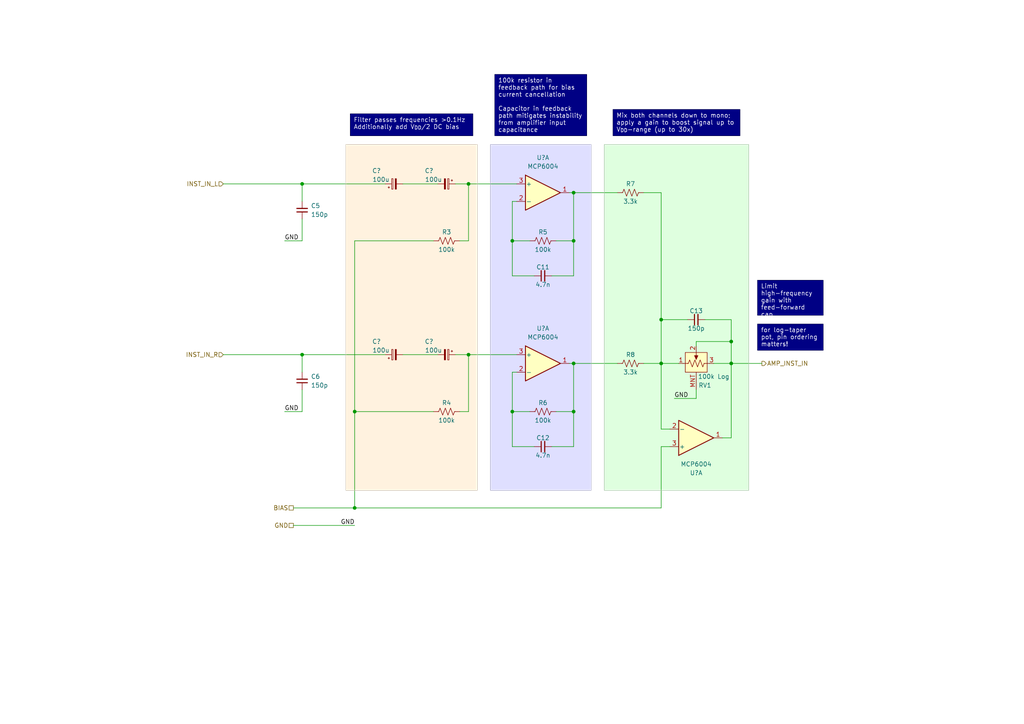
<source format=kicad_sch>
(kicad_sch (version 20230121) (generator eeschema)
  (paper "A4")
  (title_block (title "Digital Audio Effects Processor") (date "2023-11-26") (rev "A") (company "Ishaan Govindarajan"))
  (lib_symbols
    (symbol "Custom-AnalogIC:MCP6004" (pin_names (offset 0.127))
      (property "Reference" "U" (at 0 5.08 0))
      (property "Value" "MCP6004" (at 0 -5.08 0))
      (symbol "MCP6004_1_1"
        (polyline (pts (xy -5.08 5.08) (xy 5.08 0) (xy -5.08 -5.08) (xy -5.08 5.08)) (stroke (width 0.254)) (fill (type background)))
        (pin output line (at 7.62 0 180) (length 2.54) (name "~") (number "1"))
        (pin input line (at -7.62 -2.54 0) (length 2.54) (name "-") (number "2"))
        (pin input line (at -7.62 2.54 0) (length 2.54) (name "+") (number "3"))
      )
      (symbol "MCP6004_2_1"
        (polyline (pts (xy -5.08 5.08) (xy 5.08 0) (xy -5.08 -5.08) (xy -5.08 5.08)) (stroke (width 0.254)) (fill (type background)))
        (pin input line (at -7.62 2.54 0) (length 2.54) (name "+") (number "5"))
        (pin input line (at -7.62 -2.54 0) (length 2.54) (name "-") (number "6"))
        (pin output line (at 7.62 0 180) (length 2.54) (name "~") (number "7"))
      )
      (symbol "MCP6004_3_1"
        (polyline (pts (xy -5.08 5.08) (xy 5.08 0) (xy -5.08 -5.08) (xy -5.08 5.08)) (stroke (width 0.254)) (fill (type background)))
        (pin input line (at -7.62 2.54 0) (length 2.54) (name "+") (number "10"))
        (pin output line (at 7.62 0 180) (length 2.54) (name "~") (number "8"))
        (pin input line (at -7.62 -2.54 0) (length 2.54) (name "-") (number "9"))
      )
      (symbol "MCP6004_4_1"
        (polyline (pts (xy -5.08 5.08) (xy 5.08 0) (xy -5.08 -5.08) (xy -5.08 5.08)) (stroke (width 0.254)) (fill (type background)))
        (pin input line (at -7.62 2.54 0) (length 2.54) (name "+") (number "12"))
        (pin input line (at -7.62 -2.54 0) (length 2.54) (name "-") (number "13"))
        (pin output line (at 7.62 0 180) (length 2.54) (name "~") (number "14"))
      )
      (symbol "MCP6004_5_1"
        (pin power_in line (at -2.54 -7.62 90) (length 3.81) (name "V-") (number "11"))
        (pin power_in line (at -2.54 7.62 270) (length 3.81) (name "V+") (number "4"))
      )
    )
    (symbol "Custom-CapacitorTHT:860020473008" (pin_numbers hide) (pin_names (offset 0.254) hide)
      (property "Reference" "C?" (at 0.254 1.778 0))
      (property "Value" "100u" (at 0.254 -2.032 0))
      (symbol "860020473008_0_1"
        (rectangle (start -1.524 -0.3048) (end 1.524 -0.6858) (fill (type outline)))
        (rectangle (start -1.524 0.6858) (end 1.524 0.3048))
        (polyline (pts (xy -1.27 1.524) (xy -0.762 1.524)))
        (polyline (pts (xy -1.016 1.27) (xy -1.016 1.778)))
      )
      (symbol "860020473008_1_1"
        (pin passive line (at 0 2.54 270) (length 1.8542) (name "~") (number "1"))
        (pin passive line (at 0 -2.54 90) (length 1.8542) (name "~") (number "2"))
      )
    )
    (symbol "Custom-CapacitorTHT:FG28C0G1H151JNT06" (pin_numbers hide) (pin_names (offset 0.254) hide)
      (property "Reference" "C" (at 0.254 1.778 0))
      (property "Value" "150p" (at 0.254 -2.032 0))
      (symbol "FG28C0G1H151JNT06_0_1"
        (polyline (pts (xy -1.524 -0.508) (xy 1.524 -0.508)) (stroke (width 0.3302)))
        (polyline (pts (xy -1.524 0.508) (xy 1.524 0.508)) (stroke (width 0.3048)))
      )
      (symbol "FG28C0G1H151JNT06_1_1"
        (pin passive line (at 0 2.54 270) (length 2.032) (name "~") (number "1"))
        (pin passive line (at 0 -2.54 90) (length 2.032) (name "~") (number "2"))
      )
    )
    (symbol "Custom-CapacitorTHT:FG28C0G2A472JRT06" (pin_numbers hide) (pin_names (offset 0.254) hide)
      (property "Reference" "C" (at 0.254 1.778 0))
      (property "Value" "4.7n" (at 0.254 -2.032 0))
      (symbol "FG28C0G2A472JRT06_0_1"
        (polyline (pts (xy -1.524 -0.508) (xy 1.524 -0.508)) (stroke (width 0.3302)))
        (polyline (pts (xy -1.524 0.508) (xy 1.524 0.508)) (stroke (width 0.3048)))
      )
      (symbol "FG28C0G2A472JRT06_1_1"
        (pin passive line (at 0 2.54 270) (length 2.032) (name "~") (number "1"))
        (pin passive line (at 0 -2.54 90) (length 2.032) (name "~") (number "2"))
      )
    )
    (symbol "Custom-Electromechanical:PTV09A" (pin_names (offset 1.016) hide)
      (property "Reference" "RV" (at 5.08 -2.54 0))
      (property "Value" "100k Log" (at 8.89 3.81 0))
      (symbol "PTV09A_0_1"
        (polyline (pts (xy 0 -2.286) (xy 0 -2.54)))
        (polyline (pts (xy 0 2.54) (xy 0 2.286)))
        (polyline (pts (xy 2.54 0) (xy 1.524 0)))
        (polyline (pts (xy 2.54 0) (xy 3.81 0)))
        (polyline (pts (xy 1.143 0) (xy 2.286 0.508) (xy 2.286 -0.508) (xy 1.143 0)) (fill (type outline)))
        (polyline (pts (xy 0 -0.762) (xy 1.016 -1.143) (xy 0 -1.524) (xy -1.016 -1.905) (xy 0 -2.286)))
        (polyline (pts (xy 0 0.762) (xy 1.016 0.381) (xy 0 0) (xy -1.016 -0.381) (xy 0 -0.762)))
        (polyline (pts (xy 0 2.286) (xy 1.016 1.905) (xy 0 1.524) (xy -1.016 1.143) (xy 0 0.762)))
      )
      (symbol "PTV09A_1_1"
        (rectangle (start -2.54 3.175) (end 3.175 -3.175) (fill (type background)))
        (polyline (pts (xy 0 -2.54) (xy 0 -3.81)))
        (polyline (pts (xy 0 3.81) (xy 0 2.54)))
        (pin passive line (at 0 5.08 270) (length 1.27) (name "1") (number "1"))
        (pin passive line (at 5.08 0 180) (length 1.27) (name "2") (number "2"))
        (pin passive line (at 0 -5.08 90) (length 1.27) (name "3") (number "3"))
        (pin passive line (at -7.62 0 0) (length 5.08) (name "MNT") (number "MNT"))
      )
    )
    (symbol "Custom-ResistorTHT:MFR-25FRF52-100K" (pin_numbers hide) (pin_names (offset 0))
      (property "Reference" "R" (at 2.54 0 90))
      (property "Value" "100k" (at -2.54 0 90))
      (symbol "MFR-25FRF52-100K_0_1"
        (polyline (pts (xy 0 -2.286) (xy 0 -2.54)))
        (polyline (pts (xy 0 2.286) (xy 0 2.54)))
        (polyline (pts (xy 0 -0.762) (xy 1.016 -1.143) (xy 0 -1.524) (xy -1.016 -1.905) (xy 0 -2.286)))
        (polyline (pts (xy 0 0.762) (xy 1.016 0.381) (xy 0 0) (xy -1.016 -0.381) (xy 0 -0.762)))
        (polyline (pts (xy 0 2.286) (xy 1.016 1.905) (xy 0 1.524) (xy -1.016 1.143) (xy 0 0.762)))
      )
      (symbol "MFR-25FRF52-100K_1_1"
        (pin passive line (at 0 3.81 270) (length 1.27) (name "~") (number "1"))
        (pin passive line (at 0 -3.81 90) (length 1.27) (name "~") (number "2"))
      )
    )
    (symbol "Custom-ResistorTHT:MFR-25FRF52-3K3" (pin_numbers hide) (pin_names (offset 0))
      (property "Reference" "R" (at 2.54 0 90))
      (property "Value" "3.3k" (at -2.54 0 90))
      (symbol "MFR-25FRF52-3K3_0_1"
        (polyline (pts (xy 0 -2.286) (xy 0 -2.54)))
        (polyline (pts (xy 0 2.286) (xy 0 2.54)))
        (polyline (pts (xy 0 -0.762) (xy 1.016 -1.143) (xy 0 -1.524) (xy -1.016 -1.905) (xy 0 -2.286)))
        (polyline (pts (xy 0 0.762) (xy 1.016 0.381) (xy 0 0) (xy -1.016 -0.381) (xy 0 -0.762)))
        (polyline (pts (xy 0 2.286) (xy 1.016 1.905) (xy 0 1.524) (xy -1.016 1.143) (xy 0 0.762)))
      )
      (symbol "MFR-25FRF52-3K3_1_1"
        (pin passive line (at 0 3.81 270) (length 1.27) (name "~") (number "1"))
        (pin passive line (at 0 -3.81 90) (length 1.27) (name "~") (number "2"))
      )
    )
  )
  (junction (at 87.63 102.87))
  (junction (at 148.59 69.85))
  (junction (at 166.37 55.88))
  (junction (at 166.37 69.85))
  (junction (at 191.77 92.71))
  (junction (at 135.89 102.87))
  (junction (at 212.09 99.06))
  (junction (at 102.87 119.38))
  (junction (at 166.37 119.38))
  (junction (at 148.59 119.38))
  (junction (at 135.89 53.34))
  (junction (at 212.09 105.41))
  (junction (at 166.37 105.41))
  (junction (at 191.77 105.41))
  (junction (at 87.63 53.34))
  (junction (at 102.87 147.32))
  (wire (pts (xy 161.29 69.85) (xy 166.37 69.85)))
  (wire (pts (xy 212.09 127) (xy 209.55 127)))
  (wire (pts (xy 102.87 147.32) (xy 191.77 147.32)))
  (wire (pts (xy 166.37 105.41) (xy 166.37 119.38)))
  (wire (pts (xy 135.89 53.34) (xy 149.86 53.34)))
  (wire (pts (xy 132.08 102.87) (xy 135.89 102.87)))
  (wire (pts (xy 148.59 129.54) (xy 154.94 129.54)))
  (wire (pts (xy 87.63 102.87) (xy 87.63 107.95)))
  (wire (pts (xy 191.77 105.41) (xy 191.77 124.46)))
  (wire (pts (xy 160.02 80.01) (xy 166.37 80.01)))
  (wire (pts (xy 166.37 105.41) (xy 179.07 105.41)))
  (wire (pts (xy 195.58 115.57) (xy 201.93 115.57)))
  (wire (pts (xy 191.77 129.54) (xy 194.31 129.54)))
  (wire (pts (xy 207.01 105.41) (xy 212.09 105.41)))
  (wire (pts (xy 102.87 119.38) (xy 125.73 119.38)))
  (wire (pts (xy 102.87 119.38) (xy 102.87 147.32)))
  (wire (pts (xy 191.77 92.71) (xy 199.39 92.71)))
  (wire (pts (xy 87.63 102.87) (xy 111.76 102.87)))
  (wire (pts (xy 212.09 92.71) (xy 212.09 99.06)))
  (wire (pts (xy 133.35 119.38) (xy 135.89 119.38)))
  (wire (pts (xy 125.73 69.85) (xy 102.87 69.85)))
  (wire (pts (xy 133.35 69.85) (xy 135.89 69.85)))
  (wire (pts (xy 201.93 99.06) (xy 212.09 99.06)))
  (wire (pts (xy 85.09 147.32) (xy 102.87 147.32)))
  (wire (pts (xy 166.37 55.88) (xy 179.07 55.88)))
  (wire (pts (xy 64.77 102.87) (xy 87.63 102.87)))
  (wire (pts (xy 161.29 119.38) (xy 166.37 119.38)))
  (wire (pts (xy 160.02 129.54) (xy 166.37 129.54)))
  (wire (pts (xy 87.63 53.34) (xy 111.76 53.34)))
  (wire (pts (xy 148.59 58.42) (xy 149.86 58.42)))
  (wire (pts (xy 186.69 55.88) (xy 191.77 55.88)))
  (wire (pts (xy 166.37 69.85) (xy 166.37 80.01)))
  (wire (pts (xy 132.08 53.34) (xy 135.89 53.34)))
  (wire (pts (xy 116.84 102.87) (xy 127 102.87)))
  (wire (pts (xy 204.47 92.71) (xy 212.09 92.71)))
  (wire (pts (xy 85.09 152.4) (xy 102.87 152.4)))
  (wire (pts (xy 148.59 69.85) (xy 153.67 69.85)))
  (wire (pts (xy 135.89 119.38) (xy 135.89 102.87)))
  (wire (pts (xy 201.93 100.33) (xy 201.93 99.06)))
  (wire (pts (xy 212.09 99.06) (xy 212.09 105.41)))
  (wire (pts (xy 166.37 119.38) (xy 166.37 129.54)))
  (wire (pts (xy 135.89 69.85) (xy 135.89 53.34)))
  (wire (pts (xy 165.1 55.88) (xy 166.37 55.88)))
  (wire (pts (xy 64.77 53.34) (xy 87.63 53.34)))
  (wire (pts (xy 148.59 58.42) (xy 148.59 69.85)))
  (wire (pts (xy 191.77 147.32) (xy 191.77 129.54)))
  (wire (pts (xy 87.63 63.5) (xy 87.63 69.85)))
  (wire (pts (xy 148.59 119.38) (xy 148.59 129.54)))
  (wire (pts (xy 82.55 119.38) (xy 87.63 119.38)))
  (wire (pts (xy 148.59 69.85) (xy 148.59 80.01)))
  (wire (pts (xy 191.77 55.88) (xy 191.77 92.71)))
  (wire (pts (xy 148.59 107.95) (xy 149.86 107.95)))
  (wire (pts (xy 87.63 53.34) (xy 87.63 58.42)))
  (wire (pts (xy 102.87 69.85) (xy 102.87 119.38)))
  (wire (pts (xy 212.09 105.41) (xy 220.98 105.41)))
  (wire (pts (xy 212.09 105.41) (xy 212.09 127)))
  (wire (pts (xy 82.55 69.85) (xy 87.63 69.85)))
  (wire (pts (xy 116.84 53.34) (xy 127 53.34)))
  (wire (pts (xy 191.77 124.46) (xy 194.31 124.46)))
  (wire (pts (xy 191.77 92.71) (xy 191.77 105.41)))
  (wire (pts (xy 165.1 105.41) (xy 166.37 105.41)))
  (wire (pts (xy 87.63 113.03) (xy 87.63 119.38)))
  (wire (pts (xy 191.77 105.41) (xy 196.85 105.41)))
  (wire (pts (xy 201.93 115.57) (xy 201.93 113.03)))
  (wire (pts (xy 186.69 105.41) (xy 191.77 105.41)))
  (wire (pts (xy 148.59 119.38) (xy 153.67 119.38)))
  (wire (pts (xy 135.89 102.87) (xy 149.86 102.87)))
  (wire (pts (xy 148.59 107.95) (xy 148.59 119.38)))
  (wire (pts (xy 166.37 55.88) (xy 166.37 69.85)))
  (wire (pts (xy 148.59 80.01) (xy 154.94 80.01)))
  (rectangle (start 175.26 41.91) (end 217.17 142.24) (stroke (width 0) (color 175 200 175 1)) (fill (type color) (color 223 255 223 1)))
  (rectangle (start 100.33 41.91) (end 138.43 142.24) (stroke (width 0) (color 200 190 175 1)) (fill (type color) (color 255 242 223 1)))
  (rectangle (start 142.24 41.91) (end 171.45 142.24) (stroke (width 0) (color 175 175 200 1)) (fill (type color) (color 223 223 255 1)))
  (text_box "Mix both channels down to mono; apply a gain to boost signal up to V_{DD}-range (up to 30x)" (at 177.8 31.75 0) (size 36.83 7.62) (stroke (width 0) (color 0 0 72 1)) (fill (type color) (color 0 0 132 1)) (effects (font (size 1.27 1.27)) (justify left top)))
  (text_box "100k resistor in feedback path for bias current cancellation\n\nCapacitor in feedback path mitigates instability from amplifier input capacitance" (at 143.51 21.59 0) (size 26.67 17.78) (stroke (width 0) (color 0 0 72 1)) (fill (type color) (color 0 0 132 1)) (effects (font (size 1.27 1.27)) (justify left top)))
  (text_box "for log-taper pot, pin ordering matters!" (at 219.71 93.98 0) (size 19.05 7.62) (stroke (width 0) (color 0 0 72 1)) (fill (type color) (color 0 0 132 1)) (effects (font (size 1.27 1.27)) (justify left top)))
  (text_box "Limit high-frequency gain with feed-forward cap" (at 219.71 81.28 0) (size 19.05 10.16) (stroke (width 0) (color 0 0 72 1)) (fill (type color) (color 0 0 132 1)) (effects (font (size 1.27 1.27)) (justify left top)))
  (text_box "Filter passes frequencies >0.1Hz\nAdditionally add V_{DD}/2 DC bias" (at 101.6 33.02 0) (size 35.56 6.35) (stroke (width 0) (color 0 0 72 1)) (fill (type color) (color 0 0 132 1)) (effects (font (size 1.27 1.27)) (justify left top)))
  (label "GND" (at 82.55 119.38 0))
  (label "GND" (at 82.55 69.85 0))
  (label "GND" (at 195.58 115.57 0))
  (label "GND" (at 102.87 152.4 180))
  (hierarchical_label "GND" (shape passive) (at 85.09 152.4 180))
  (hierarchical_label "AMP_INST_IN" (shape output) (at 220.98 105.41 0))
  (hierarchical_label "INST_IN_R" (shape input) (at 64.77 102.87 180))
  (hierarchical_label "INST_IN_L" (shape input) (at 64.77 53.34 180))
  (hierarchical_label "BIAS" (shape passive) (at 85.09 147.32 180))
  (symbol (lib_id "Custom-ResistorTHT:MFR-25FRF52-3K3") (at 182.88 105.41 90) (unit 1)
    (property "Reference" "R8" (at 182.88 102.87 90))
    (property "Value" "3.3k" (at 182.88 107.95 90))
    (property "Footprint" "Resistor_THT:R_Axial_DIN0207_L6.3mm_D2.5mm_P10.16mm_Horizontal" (effects hide))
    (property "Datasheet" "https://www.yageo.com/upload/media/product/productsearch/datasheet/lr/YAGEO%20MFR_datasheet_2023v3.pdf" (effects hide))
    (property "Manufacturer" "YAGEO" (effects hide))
    (property "Part Number" "MFR-25FRF52-3K3" (effects hide))
  )
  (symbol (lib_id "Custom-ResistorTHT:MFR-25FRF52-100K") (at 129.54 119.38 90) (unit 1)
    (property "Reference" "R4" (at 129.54 116.84 90))
    (property "Value" "100k" (at 129.54 121.92 90))
    (property "Footprint" "Resistor_THT:R_Axial_DIN0207_L6.3mm_D2.5mm_P10.16mm_Horizontal" (effects hide))
    (property "Datasheet" "https://www.yageo.com/upload/media/product/productsearch/datasheet/lr/YAGEO%20MFR_datasheet_2023v3.pdf" (effects hide))
    (property "Manufacturer" "YAGEO" (effects hide))
    (property "Part Number" "MFR-25FRF52-100K" (effects hide))
  )
  (symbol (lib_id "Custom-CapacitorTHT:FG28C0G1H151JNT06") (at 201.93 92.71 90) (unit 1)
    (property "Reference" "C13" (at 201.93 90.17 90))
    (property "Value" "150p" (at 201.93 95.25 90))
    (property "Footprint" "Custom-RLC:C_Disc_L7.2mm_W2.5mm_H6.6mm_P5.00mm_MODIFIED_1" (effects hide))
    (property "Datasheet" "https://product.tdk.com/en/system/files?file=dam/doc/product/capacitor/ceramic/lead-mlcc/catalog/leadmlcc_halogenfree_fg_en.pdf" (effects hide))
    (property "Manufacturer" "TDK Corporation" (effects hide))
    (property "Part Number" "FG28C0G1H151JNT06" (effects hide))
  )
  (symbol (lib_id "Custom-AnalogIC:MCP6004") (at 157.48 55.88 0) (unit 1)
    (property "Reference" "U?" (at 157.48 45.72 0))
    (property "Value" "MCP6004" (at 157.48 48.26 0))
    (property "Footprint" "Custom-IC:DIP-14_W7.62mm_Socket_LongPads_IC" (effects hide))
    (property "Datasheet" "https://ww1.microchip.com/downloads/en/DeviceDoc/MCP6001-1R-1U-2-4-1-MHz-Low-Power-Op-Amp-DS20001733L.pdf" (effects hide))
    (property "Manufacturer" "Microchip Technology" (effects hide))
    (property "Part Number" "MCP6004-I/P" (effects hide))
    (instances (project "Amplifier Hardware R1" (path "" (reference "U?") (unit 1)) (path "" (reference "U1") (unit 4))))
  )
  (symbol (lib_id "Custom-CapacitorTHT:FG28C0G1H151JNT06") (at 87.63 60.96 180) (unit 1)
    (property "Reference" "C5" (at 90.17 59.6836 0) (effects (justify right)))
    (property "Value" "150p" (at 90.17 62.2236 0) (effects (justify right)))
    (property "Footprint" "Custom-RLC:C_Disc_L7.2mm_W2.5mm_H6.6mm_P5.00mm_MODIFIED_1" (effects hide))
    (property "Datasheet" "https://product.tdk.com/en/system/files?file=dam/doc/product/capacitor/ceramic/lead-mlcc/catalog/leadmlcc_halogenfree_fg_en.pdf" (effects hide))
    (property "Manufacturer" "TDK Corporation" (effects hide))
    (property "Part Number" "FG28C0G1H151JNT06" (effects hide))
  )
  (symbol (lib_id "Custom-Electromechanical:PTV09A") (at 201.93 105.41 90) (unit 1)
    (property "Reference" "RV1" (at 204.47 111.76 90))
    (property "Value" "100k Log" (at 207.01 109.22 90))
    (property "Footprint" "Custom-Electromechanical:Potentiometer_Bourns_PTV09A-1_Single_Vertical" (effects hide))
    (property "Datasheet" "https://www.bourns.com/docs/Product-Datasheets/PTV09.pdf" (effects hide))
    (property "Manufacturer" "Bourns Inc." (effects hide))
    (property "Part Number" "PTV09A-4030F-A104" (effects hide))
  )
  (symbol (lib_id "Custom-CapacitorTHT:FG28C0G2A472JRT06") (at 157.48 129.54 90) (unit 1)
    (property "Reference" "C12" (at 157.48 127 90))
    (property "Value" "4.7n" (at 157.48 132.08 90))
    (property "Footprint" "Custom-RLC:C_Disc_L7.2mm_W2.5mm_H6.6mm_P5.00mm_MODIFIED_1" (effects hide))
    (property "Datasheet" "https://product.tdk.com/en/system/files?file=dam/doc/product/capacitor/ceramic/lead-mlcc/catalog/leadmlcc_halogenfree_fg_en.pdf" (effects hide))
    (property "Manufacturer" "TDK Corporation" (effects hide))
    (property "Part Number" "FG28C0G2A472JRT06" (effects hide))
  )
  (symbol (lib_id "Custom-AnalogIC:MCP6004") (at 201.93 127 0) (mirror x) (unit 1)
    (property "Reference" "U?" (at 201.93 137.16 0))
    (property "Value" "MCP6004" (at 201.93 134.62 0))
    (property "Footprint" "Custom-IC:DIP-14_W7.62mm_Socket_LongPads_IC" (effects hide))
    (property "Datasheet" "https://ww1.microchip.com/downloads/en/DeviceDoc/MCP6001-1R-1U-2-4-1-MHz-Low-Power-Op-Amp-DS20001733L.pdf" (effects hide))
    (property "Manufacturer" "Microchip Technology" (effects hide))
    (property "Part Number" "MCP6004-I/P" (effects hide))
    (instances (project "Amplifier Hardware R1" (path "" (reference "U?") (unit 1)) (path "" (reference "U1") (unit 1))))
  )
  (symbol (lib_id "Custom-ResistorTHT:MFR-25FRF52-100K") (at 129.54 69.85 90) (unit 1)
    (property "Reference" "R3" (at 129.54 67.31 90))
    (property "Value" "100k" (at 129.54 72.39 90))
    (property "Footprint" "Resistor_THT:R_Axial_DIN0207_L6.3mm_D2.5mm_P10.16mm_Horizontal" (effects hide))
    (property "Datasheet" "https://www.yageo.com/upload/media/product/productsearch/datasheet/lr/YAGEO%20MFR_datasheet_2023v3.pdf" (effects hide))
    (property "Manufacturer" "YAGEO" (effects hide))
    (property "Part Number" "MFR-25FRF52-100K" (effects hide))
  )
  (symbol (lib_id "Custom-CapacitorTHT:FG28C0G1H151JNT06") (at 87.63 110.49 180) (unit 1)
    (property "Reference" "C6" (at 90.17 109.2136 0) (effects (justify right)))
    (property "Value" "150p" (at 90.17 111.7536 0) (effects (justify right)))
    (property "Footprint" "Custom-RLC:C_Disc_L7.2mm_W2.5mm_H6.6mm_P5.00mm_MODIFIED_1" (effects hide))
    (property "Datasheet" "https://product.tdk.com/en/system/files?file=dam/doc/product/capacitor/ceramic/lead-mlcc/catalog/leadmlcc_halogenfree_fg_en.pdf" (effects hide))
    (property "Manufacturer" "TDK Corporation" (effects hide))
    (property "Part Number" "FG28C0G1H151JNT06" (effects hide))
  )
  (symbol (lib_id "Custom-CapacitorTHT:860020473008") (at 114.3 53.34 90) (unit 1)
    (property "Reference" "C?" (at 109.22 49.53 90))
    (property "Value" "100u" (at 110.49 52.07 90))
    (property "Footprint" "Custom-RLC:CP_Radial_D6.3mm_H12.5_P2.50mm" (effects hide))
    (property "Datasheet" "https://www.we-online.com/components/products/datasheet/860020473008.pdf" (effects hide))
    (property "Manufacturer" "Würth Elektronik" (effects hide))
    (property "Part Number" "860020473008" (effects hide))
    (instances (project "Amplifier Hardware R1" (path "" (reference "C?") (unit 1)) (path "" (reference "C7") (unit 1))))
  )
  (symbol (lib_id "Custom-ResistorTHT:MFR-25FRF52-100K") (at 157.48 69.85 90) (unit 1)
    (property "Reference" "R5" (at 157.48 67.31 90))
    (property "Value" "100k" (at 157.48 72.39 90))
    (property "Footprint" "Resistor_THT:R_Axial_DIN0207_L6.3mm_D2.5mm_P10.16mm_Horizontal" (effects hide))
    (property "Datasheet" "https://www.yageo.com/upload/media/product/productsearch/datasheet/lr/YAGEO%20MFR_datasheet_2023v3.pdf" (effects hide))
    (property "Manufacturer" "YAGEO" (effects hide))
    (property "Part Number" "MFR-25FRF52-100K" (effects hide))
  )
  (symbol (lib_id "Custom-ResistorTHT:MFR-25FRF52-3K3") (at 182.88 55.88 90) (unit 1)
    (property "Reference" "R7" (at 182.88 53.34 90))
    (property "Value" "3.3k" (at 182.88 58.42 90))
    (property "Footprint" "Resistor_THT:R_Axial_DIN0207_L6.3mm_D2.5mm_P10.16mm_Horizontal" (effects hide))
    (property "Datasheet" "https://www.yageo.com/upload/media/product/productsearch/datasheet/lr/YAGEO%20MFR_datasheet_2023v3.pdf" (effects hide))
    (property "Manufacturer" "YAGEO" (effects hide))
    (property "Part Number" "MFR-25FRF52-3K3" (effects hide))
  )
  (symbol (lib_id "Custom-ResistorTHT:MFR-25FRF52-100K") (at 157.48 119.38 90) (unit 1)
    (property "Reference" "R6" (at 157.48 116.84 90))
    (property "Value" "100k" (at 157.48 121.92 90))
    (property "Footprint" "Resistor_THT:R_Axial_DIN0207_L6.3mm_D2.5mm_P10.16mm_Horizontal" (effects hide))
    (property "Datasheet" "https://www.yageo.com/upload/media/product/productsearch/datasheet/lr/YAGEO%20MFR_datasheet_2023v3.pdf" (effects hide))
    (property "Manufacturer" "YAGEO" (effects hide))
    (property "Part Number" "MFR-25FRF52-100K" (effects hide))
  )
  (symbol (lib_id "Custom-CapacitorTHT:860020473008") (at 114.3 102.87 90) (unit 1)
    (property "Reference" "C?" (at 109.22 99.06 90))
    (property "Value" "100u" (at 110.49 101.6 90))
    (property "Footprint" "Custom-RLC:CP_Radial_D6.3mm_H12.5_P2.50mm" (effects hide))
    (property "Datasheet" "https://www.we-online.com/components/products/datasheet/860020473008.pdf" (effects hide))
    (property "Manufacturer" "Würth Elektronik" (effects hide))
    (property "Part Number" "860020473008" (effects hide))
    (instances (project "Amplifier Hardware R1" (path "" (reference "C?") (unit 1)) (path "" (reference "C8") (unit 1))))
  )
  (symbol (lib_id "Custom-AnalogIC:MCP6004") (at 157.48 105.41 0) (unit 1)
    (property "Reference" "U?" (at 157.48 95.25 0))
    (property "Value" "MCP6004" (at 157.48 97.79 0))
    (property "Footprint" "Custom-IC:DIP-14_W7.62mm_Socket_LongPads_IC" (effects hide))
    (property "Datasheet" "https://ww1.microchip.com/downloads/en/DeviceDoc/MCP6001-1R-1U-2-4-1-MHz-Low-Power-Op-Amp-DS20001733L.pdf" (effects hide))
    (property "Manufacturer" "Microchip Technology" (effects hide))
    (property "Part Number" "MCP6004-I/P" (effects hide))
    (instances (project "Amplifier Hardware R1" (path "" (reference "U?") (unit 1)) (path "" (reference "U1") (unit 3))))
  )
  (symbol (lib_id "Custom-CapacitorTHT:860020473008") (at 129.54 53.34 270) (unit 1)
    (property "Reference" "C?" (at 124.46 49.53 90))
    (property "Value" "100u" (at 125.73 52.07 90))
    (property "Footprint" "Custom-RLC:CP_Radial_D6.3mm_H12.5_P2.50mm" (effects hide))
    (property "Datasheet" "https://www.we-online.com/components/products/datasheet/860020473008.pdf" (effects hide))
    (property "Manufacturer" "Würth Elektronik" (effects hide))
    (property "Part Number" "860020473008" (effects hide))
    (instances (project "Amplifier Hardware R1" (path "" (reference "C?") (unit 1)) (path "" (reference "C9") (unit 1))))
  )
  (symbol (lib_id "Custom-CapacitorTHT:860020473008") (at 129.54 102.87 270) (unit 1)
    (property "Reference" "C?" (at 124.46 99.06 90))
    (property "Value" "100u" (at 125.73 101.6 90))
    (property "Footprint" "Custom-RLC:CP_Radial_D6.3mm_H12.5_P2.50mm" (effects hide))
    (property "Datasheet" "https://www.we-online.com/components/products/datasheet/860020473008.pdf" (effects hide))
    (property "Manufacturer" "Würth Elektronik" (effects hide))
    (property "Part Number" "860020473008" (effects hide))
    (instances (project "Amplifier Hardware R1" (path "" (reference "C?") (unit 1)) (path "" (reference "C10") (unit 1))))
  )
  (symbol (lib_id "Custom-CapacitorTHT:FG28C0G2A472JRT06") (at 157.48 80.01 90) (unit 1)
    (property "Reference" "C11" (at 157.48 77.47 90))
    (property "Value" "4.7n" (at 157.48 82.55 90))
    (property "Footprint" "Custom-RLC:C_Disc_L7.2mm_W2.5mm_H6.6mm_P5.00mm_MODIFIED_1" (effects hide))
    (property "Datasheet" "https://product.tdk.com/en/system/files?file=dam/doc/product/capacitor/ceramic/lead-mlcc/catalog/leadmlcc_halogenfree_fg_en.pdf" (effects hide))
    (property "Manufacturer" "TDK Corporation" (effects hide))
    (property "Part Number" "FG28C0G2A472JRT06" (effects hide))
  )
)
</source>
